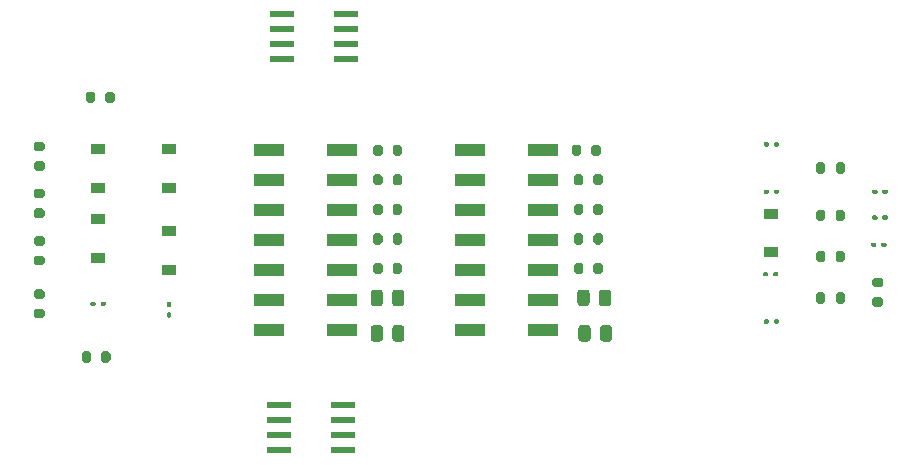
<source format=gbr>
%TF.GenerationSoftware,KiCad,Pcbnew,5.1.10-88a1d61d58~88~ubuntu20.04.1*%
%TF.CreationDate,2021-07-03T03:55:51+02:00*%
%TF.ProjectId,smd-balanced,736d642d-6261-46c6-916e-6365642e6b69,rev?*%
%TF.SameCoordinates,Original*%
%TF.FileFunction,Paste,Top*%
%TF.FilePolarity,Positive*%
%FSLAX46Y46*%
G04 Gerber Fmt 4.6, Leading zero omitted, Abs format (unit mm)*
G04 Created by KiCad (PCBNEW 5.1.10-88a1d61d58~88~ubuntu20.04.1) date 2021-07-03 03:55:51*
%MOMM*%
%LPD*%
G01*
G04 APERTURE LIST*
%ADD10R,1.200000X0.900000*%
%ADD11R,2.500000X1.140000*%
%ADD12R,2.000000X0.600000*%
G04 APERTURE END LIST*
%TO.C,C1*%
G36*
G01*
X107338500Y-52590000D02*
X107338500Y-52410000D01*
G75*
G02*
X107428500Y-52320000I90000J0D01*
G01*
X107706500Y-52320000D01*
G75*
G02*
X107796500Y-52410000I0J-90000D01*
G01*
X107796500Y-52590000D01*
G75*
G02*
X107706500Y-52680000I-90000J0D01*
G01*
X107428500Y-52680000D01*
G75*
G02*
X107338500Y-52590000I0J90000D01*
G01*
G37*
G36*
G01*
X108203500Y-52590000D02*
X108203500Y-52410000D01*
G75*
G02*
X108293500Y-52320000I90000J0D01*
G01*
X108571500Y-52320000D01*
G75*
G02*
X108661500Y-52410000I0J-90000D01*
G01*
X108661500Y-52590000D01*
G75*
G02*
X108571500Y-52680000I-90000J0D01*
G01*
X108293500Y-52680000D01*
G75*
G02*
X108203500Y-52590000I0J90000D01*
G01*
G37*
%TD*%
%TO.C,C2*%
G36*
G01*
X117388500Y-58785000D02*
X117388500Y-58605000D01*
G75*
G02*
X117478500Y-58515000I90000J0D01*
G01*
X117756500Y-58515000D01*
G75*
G02*
X117846500Y-58605000I0J-90000D01*
G01*
X117846500Y-58785000D01*
G75*
G02*
X117756500Y-58875000I-90000J0D01*
G01*
X117478500Y-58875000D01*
G75*
G02*
X117388500Y-58785000I0J90000D01*
G01*
G37*
G36*
G01*
X116523500Y-58785000D02*
X116523500Y-58605000D01*
G75*
G02*
X116613500Y-58515000I90000J0D01*
G01*
X116891500Y-58515000D01*
G75*
G02*
X116981500Y-58605000I0J-90000D01*
G01*
X116981500Y-58785000D01*
G75*
G02*
X116891500Y-58875000I-90000J0D01*
G01*
X116613500Y-58875000D01*
G75*
G02*
X116523500Y-58785000I0J90000D01*
G01*
G37*
%TD*%
%TO.C,C3*%
G36*
G01*
X117295500Y-61090000D02*
X117295500Y-60910000D01*
G75*
G02*
X117385500Y-60820000I90000J0D01*
G01*
X117663500Y-60820000D01*
G75*
G02*
X117753500Y-60910000I0J-90000D01*
G01*
X117753500Y-61090000D01*
G75*
G02*
X117663500Y-61180000I-90000J0D01*
G01*
X117385500Y-61180000D01*
G75*
G02*
X117295500Y-61090000I0J90000D01*
G01*
G37*
G36*
G01*
X116430500Y-61090000D02*
X116430500Y-60910000D01*
G75*
G02*
X116520500Y-60820000I90000J0D01*
G01*
X116798500Y-60820000D01*
G75*
G02*
X116888500Y-60910000I0J-90000D01*
G01*
X116888500Y-61090000D01*
G75*
G02*
X116798500Y-61180000I-90000J0D01*
G01*
X116520500Y-61180000D01*
G75*
G02*
X116430500Y-61090000I0J90000D01*
G01*
G37*
%TD*%
%TO.C,C4*%
G36*
G01*
X108203500Y-56590000D02*
X108203500Y-56410000D01*
G75*
G02*
X108293500Y-56320000I90000J0D01*
G01*
X108571500Y-56320000D01*
G75*
G02*
X108661500Y-56410000I0J-90000D01*
G01*
X108661500Y-56590000D01*
G75*
G02*
X108571500Y-56680000I-90000J0D01*
G01*
X108293500Y-56680000D01*
G75*
G02*
X108203500Y-56590000I0J90000D01*
G01*
G37*
G36*
G01*
X107338500Y-56590000D02*
X107338500Y-56410000D01*
G75*
G02*
X107428500Y-56320000I90000J0D01*
G01*
X107706500Y-56320000D01*
G75*
G02*
X107796500Y-56410000I0J-90000D01*
G01*
X107796500Y-56590000D01*
G75*
G02*
X107706500Y-56680000I-90000J0D01*
G01*
X107428500Y-56680000D01*
G75*
G02*
X107338500Y-56590000I0J90000D01*
G01*
G37*
%TD*%
%TO.C,C5*%
G36*
G01*
X107270500Y-63590000D02*
X107270500Y-63410000D01*
G75*
G02*
X107360500Y-63320000I90000J0D01*
G01*
X107638500Y-63320000D01*
G75*
G02*
X107728500Y-63410000I0J-90000D01*
G01*
X107728500Y-63590000D01*
G75*
G02*
X107638500Y-63680000I-90000J0D01*
G01*
X107360500Y-63680000D01*
G75*
G02*
X107270500Y-63590000I0J90000D01*
G01*
G37*
G36*
G01*
X108135500Y-63590000D02*
X108135500Y-63410000D01*
G75*
G02*
X108225500Y-63320000I90000J0D01*
G01*
X108503500Y-63320000D01*
G75*
G02*
X108593500Y-63410000I0J-90000D01*
G01*
X108593500Y-63590000D01*
G75*
G02*
X108503500Y-63680000I-90000J0D01*
G01*
X108225500Y-63680000D01*
G75*
G02*
X108135500Y-63590000I0J90000D01*
G01*
G37*
%TD*%
%TO.C,C6*%
G36*
G01*
X51661500Y-65910000D02*
X51661500Y-66090000D01*
G75*
G02*
X51571500Y-66180000I-90000J0D01*
G01*
X51293500Y-66180000D01*
G75*
G02*
X51203500Y-66090000I0J90000D01*
G01*
X51203500Y-65910000D01*
G75*
G02*
X51293500Y-65820000I90000J0D01*
G01*
X51571500Y-65820000D01*
G75*
G02*
X51661500Y-65910000I0J-90000D01*
G01*
G37*
G36*
G01*
X50796500Y-65910000D02*
X50796500Y-66090000D01*
G75*
G02*
X50706500Y-66180000I-90000J0D01*
G01*
X50428500Y-66180000D01*
G75*
G02*
X50338500Y-66090000I0J90000D01*
G01*
X50338500Y-65910000D01*
G75*
G02*
X50428500Y-65820000I90000J0D01*
G01*
X50706500Y-65820000D01*
G75*
G02*
X50796500Y-65910000I0J-90000D01*
G01*
G37*
%TD*%
%TO.C,C7*%
G36*
G01*
X108203500Y-67590000D02*
X108203500Y-67410000D01*
G75*
G02*
X108293500Y-67320000I90000J0D01*
G01*
X108571500Y-67320000D01*
G75*
G02*
X108661500Y-67410000I0J-90000D01*
G01*
X108661500Y-67590000D01*
G75*
G02*
X108571500Y-67680000I-90000J0D01*
G01*
X108293500Y-67680000D01*
G75*
G02*
X108203500Y-67590000I0J90000D01*
G01*
G37*
G36*
G01*
X107338500Y-67590000D02*
X107338500Y-67410000D01*
G75*
G02*
X107428500Y-67320000I90000J0D01*
G01*
X107706500Y-67320000D01*
G75*
G02*
X107796500Y-67410000I0J-90000D01*
G01*
X107796500Y-67590000D01*
G75*
G02*
X107706500Y-67680000I-90000J0D01*
G01*
X107428500Y-67680000D01*
G75*
G02*
X107338500Y-67590000I0J90000D01*
G01*
G37*
%TD*%
%TO.C,C8*%
G36*
G01*
X56910000Y-65838500D02*
X57090000Y-65838500D01*
G75*
G02*
X57180000Y-65928500I0J-90000D01*
G01*
X57180000Y-66206500D01*
G75*
G02*
X57090000Y-66296500I-90000J0D01*
G01*
X56910000Y-66296500D01*
G75*
G02*
X56820000Y-66206500I0J90000D01*
G01*
X56820000Y-65928500D01*
G75*
G02*
X56910000Y-65838500I90000J0D01*
G01*
G37*
G36*
G01*
X56910000Y-66703500D02*
X57090000Y-66703500D01*
G75*
G02*
X57180000Y-66793500I0J-90000D01*
G01*
X57180000Y-67071500D01*
G75*
G02*
X57090000Y-67161500I-90000J0D01*
G01*
X56910000Y-67161500D01*
G75*
G02*
X56820000Y-67071500I0J90000D01*
G01*
X56820000Y-66793500D01*
G75*
G02*
X56910000Y-66703500I90000J0D01*
G01*
G37*
%TD*%
%TO.C,C9*%
G36*
G01*
X116523500Y-56590000D02*
X116523500Y-56410000D01*
G75*
G02*
X116613500Y-56320000I90000J0D01*
G01*
X116891500Y-56320000D01*
G75*
G02*
X116981500Y-56410000I0J-90000D01*
G01*
X116981500Y-56590000D01*
G75*
G02*
X116891500Y-56680000I-90000J0D01*
G01*
X116613500Y-56680000D01*
G75*
G02*
X116523500Y-56590000I0J90000D01*
G01*
G37*
G36*
G01*
X117388500Y-56590000D02*
X117388500Y-56410000D01*
G75*
G02*
X117478500Y-56320000I90000J0D01*
G01*
X117756500Y-56320000D01*
G75*
G02*
X117846500Y-56410000I0J-90000D01*
G01*
X117846500Y-56590000D01*
G75*
G02*
X117756500Y-56680000I-90000J0D01*
G01*
X117478500Y-56680000D01*
G75*
G02*
X117388500Y-56590000I0J90000D01*
G01*
G37*
%TD*%
D10*
%TO.C,D1*%
X108000000Y-61650000D03*
X108000000Y-58350000D03*
%TD*%
%TO.C,D2*%
X57000000Y-52850000D03*
X57000000Y-56150000D03*
%TD*%
%TO.C,D3*%
X57000000Y-63150000D03*
X57000000Y-59850000D03*
%TD*%
%TO.C,D4*%
X51000000Y-52850000D03*
X51000000Y-56150000D03*
%TD*%
%TO.C,D5*%
X51000000Y-62150000D03*
X51000000Y-58850000D03*
%TD*%
%TO.C,R1*%
G36*
G01*
X111775000Y-54775000D02*
X111775000Y-54225000D01*
G75*
G02*
X111975000Y-54025000I200000J0D01*
G01*
X112375000Y-54025000D01*
G75*
G02*
X112575000Y-54225000I0J-200000D01*
G01*
X112575000Y-54775000D01*
G75*
G02*
X112375000Y-54975000I-200000J0D01*
G01*
X111975000Y-54975000D01*
G75*
G02*
X111775000Y-54775000I0J200000D01*
G01*
G37*
G36*
G01*
X113425000Y-54775000D02*
X113425000Y-54225000D01*
G75*
G02*
X113625000Y-54025000I200000J0D01*
G01*
X114025000Y-54025000D01*
G75*
G02*
X114225000Y-54225000I0J-200000D01*
G01*
X114225000Y-54775000D01*
G75*
G02*
X114025000Y-54975000I-200000J0D01*
G01*
X113625000Y-54975000D01*
G75*
G02*
X113425000Y-54775000I0J200000D01*
G01*
G37*
%TD*%
%TO.C,R2*%
G36*
G01*
X93550000Y-52725000D02*
X93550000Y-53275000D01*
G75*
G02*
X93350000Y-53475000I-200000J0D01*
G01*
X92950000Y-53475000D01*
G75*
G02*
X92750000Y-53275000I0J200000D01*
G01*
X92750000Y-52725000D01*
G75*
G02*
X92950000Y-52525000I200000J0D01*
G01*
X93350000Y-52525000D01*
G75*
G02*
X93550000Y-52725000I0J-200000D01*
G01*
G37*
G36*
G01*
X91900000Y-52725000D02*
X91900000Y-53275000D01*
G75*
G02*
X91700000Y-53475000I-200000J0D01*
G01*
X91300000Y-53475000D01*
G75*
G02*
X91100000Y-53275000I0J200000D01*
G01*
X91100000Y-52725000D01*
G75*
G02*
X91300000Y-52525000I200000J0D01*
G01*
X91700000Y-52525000D01*
G75*
G02*
X91900000Y-52725000I0J-200000D01*
G01*
G37*
%TD*%
%TO.C,R3*%
G36*
G01*
X111775000Y-62275000D02*
X111775000Y-61725000D01*
G75*
G02*
X111975000Y-61525000I200000J0D01*
G01*
X112375000Y-61525000D01*
G75*
G02*
X112575000Y-61725000I0J-200000D01*
G01*
X112575000Y-62275000D01*
G75*
G02*
X112375000Y-62475000I-200000J0D01*
G01*
X111975000Y-62475000D01*
G75*
G02*
X111775000Y-62275000I0J200000D01*
G01*
G37*
G36*
G01*
X113425000Y-62275000D02*
X113425000Y-61725000D01*
G75*
G02*
X113625000Y-61525000I200000J0D01*
G01*
X114025000Y-61525000D01*
G75*
G02*
X114225000Y-61725000I0J-200000D01*
G01*
X114225000Y-62275000D01*
G75*
G02*
X114025000Y-62475000I-200000J0D01*
G01*
X113625000Y-62475000D01*
G75*
G02*
X113425000Y-62275000I0J200000D01*
G01*
G37*
%TD*%
%TO.C,R4*%
G36*
G01*
X117275000Y-64575000D02*
X116725000Y-64575000D01*
G75*
G02*
X116525000Y-64375000I0J200000D01*
G01*
X116525000Y-63975000D01*
G75*
G02*
X116725000Y-63775000I200000J0D01*
G01*
X117275000Y-63775000D01*
G75*
G02*
X117475000Y-63975000I0J-200000D01*
G01*
X117475000Y-64375000D01*
G75*
G02*
X117275000Y-64575000I-200000J0D01*
G01*
G37*
G36*
G01*
X117275000Y-66225000D02*
X116725000Y-66225000D01*
G75*
G02*
X116525000Y-66025000I0J200000D01*
G01*
X116525000Y-65625000D01*
G75*
G02*
X116725000Y-65425000I200000J0D01*
G01*
X117275000Y-65425000D01*
G75*
G02*
X117475000Y-65625000I0J-200000D01*
G01*
X117475000Y-66025000D01*
G75*
G02*
X117275000Y-66225000I-200000J0D01*
G01*
G37*
%TD*%
%TO.C,R5*%
G36*
G01*
X113425000Y-58775000D02*
X113425000Y-58225000D01*
G75*
G02*
X113625000Y-58025000I200000J0D01*
G01*
X114025000Y-58025000D01*
G75*
G02*
X114225000Y-58225000I0J-200000D01*
G01*
X114225000Y-58775000D01*
G75*
G02*
X114025000Y-58975000I-200000J0D01*
G01*
X113625000Y-58975000D01*
G75*
G02*
X113425000Y-58775000I0J200000D01*
G01*
G37*
G36*
G01*
X111775000Y-58775000D02*
X111775000Y-58225000D01*
G75*
G02*
X111975000Y-58025000I200000J0D01*
G01*
X112375000Y-58025000D01*
G75*
G02*
X112575000Y-58225000I0J-200000D01*
G01*
X112575000Y-58775000D01*
G75*
G02*
X112375000Y-58975000I-200000J0D01*
G01*
X111975000Y-58975000D01*
G75*
G02*
X111775000Y-58775000I0J200000D01*
G01*
G37*
%TD*%
%TO.C,R6*%
G36*
G01*
X51600000Y-48775000D02*
X51600000Y-48225000D01*
G75*
G02*
X51800000Y-48025000I200000J0D01*
G01*
X52200000Y-48025000D01*
G75*
G02*
X52400000Y-48225000I0J-200000D01*
G01*
X52400000Y-48775000D01*
G75*
G02*
X52200000Y-48975000I-200000J0D01*
G01*
X51800000Y-48975000D01*
G75*
G02*
X51600000Y-48775000I0J200000D01*
G01*
G37*
G36*
G01*
X49950000Y-48775000D02*
X49950000Y-48225000D01*
G75*
G02*
X50150000Y-48025000I200000J0D01*
G01*
X50550000Y-48025000D01*
G75*
G02*
X50750000Y-48225000I0J-200000D01*
G01*
X50750000Y-48775000D01*
G75*
G02*
X50550000Y-48975000I-200000J0D01*
G01*
X50150000Y-48975000D01*
G75*
G02*
X49950000Y-48775000I0J200000D01*
G01*
G37*
%TD*%
%TO.C,R8*%
G36*
G01*
X113425000Y-65775000D02*
X113425000Y-65225000D01*
G75*
G02*
X113625000Y-65025000I200000J0D01*
G01*
X114025000Y-65025000D01*
G75*
G02*
X114225000Y-65225000I0J-200000D01*
G01*
X114225000Y-65775000D01*
G75*
G02*
X114025000Y-65975000I-200000J0D01*
G01*
X113625000Y-65975000D01*
G75*
G02*
X113425000Y-65775000I0J200000D01*
G01*
G37*
G36*
G01*
X111775000Y-65775000D02*
X111775000Y-65225000D01*
G75*
G02*
X111975000Y-65025000I200000J0D01*
G01*
X112375000Y-65025000D01*
G75*
G02*
X112575000Y-65225000I0J-200000D01*
G01*
X112575000Y-65775000D01*
G75*
G02*
X112375000Y-65975000I-200000J0D01*
G01*
X111975000Y-65975000D01*
G75*
G02*
X111775000Y-65775000I0J200000D01*
G01*
G37*
%TD*%
%TO.C,R9*%
G36*
G01*
X46275000Y-61075000D02*
X45725000Y-61075000D01*
G75*
G02*
X45525000Y-60875000I0J200000D01*
G01*
X45525000Y-60475000D01*
G75*
G02*
X45725000Y-60275000I200000J0D01*
G01*
X46275000Y-60275000D01*
G75*
G02*
X46475000Y-60475000I0J-200000D01*
G01*
X46475000Y-60875000D01*
G75*
G02*
X46275000Y-61075000I-200000J0D01*
G01*
G37*
G36*
G01*
X46275000Y-62725000D02*
X45725000Y-62725000D01*
G75*
G02*
X45525000Y-62525000I0J200000D01*
G01*
X45525000Y-62125000D01*
G75*
G02*
X45725000Y-61925000I200000J0D01*
G01*
X46275000Y-61925000D01*
G75*
G02*
X46475000Y-62125000I0J-200000D01*
G01*
X46475000Y-62525000D01*
G75*
G02*
X46275000Y-62725000I-200000J0D01*
G01*
G37*
%TD*%
%TO.C,R10*%
G36*
G01*
X49600000Y-70775000D02*
X49600000Y-70225000D01*
G75*
G02*
X49800000Y-70025000I200000J0D01*
G01*
X50200000Y-70025000D01*
G75*
G02*
X50400000Y-70225000I0J-200000D01*
G01*
X50400000Y-70775000D01*
G75*
G02*
X50200000Y-70975000I-200000J0D01*
G01*
X49800000Y-70975000D01*
G75*
G02*
X49600000Y-70775000I0J200000D01*
G01*
G37*
G36*
G01*
X51250000Y-70775000D02*
X51250000Y-70225000D01*
G75*
G02*
X51450000Y-70025000I200000J0D01*
G01*
X51850000Y-70025000D01*
G75*
G02*
X52050000Y-70225000I0J-200000D01*
G01*
X52050000Y-70775000D01*
G75*
G02*
X51850000Y-70975000I-200000J0D01*
G01*
X51450000Y-70975000D01*
G75*
G02*
X51250000Y-70775000I0J200000D01*
G01*
G37*
%TD*%
%TO.C,R11*%
G36*
G01*
X46275000Y-54725000D02*
X45725000Y-54725000D01*
G75*
G02*
X45525000Y-54525000I0J200000D01*
G01*
X45525000Y-54125000D01*
G75*
G02*
X45725000Y-53925000I200000J0D01*
G01*
X46275000Y-53925000D01*
G75*
G02*
X46475000Y-54125000I0J-200000D01*
G01*
X46475000Y-54525000D01*
G75*
G02*
X46275000Y-54725000I-200000J0D01*
G01*
G37*
G36*
G01*
X46275000Y-53075000D02*
X45725000Y-53075000D01*
G75*
G02*
X45525000Y-52875000I0J200000D01*
G01*
X45525000Y-52475000D01*
G75*
G02*
X45725000Y-52275000I200000J0D01*
G01*
X46275000Y-52275000D01*
G75*
G02*
X46475000Y-52475000I0J-200000D01*
G01*
X46475000Y-52875000D01*
G75*
G02*
X46275000Y-53075000I-200000J0D01*
G01*
G37*
%TD*%
%TO.C,R12*%
G36*
G01*
X46275000Y-67225000D02*
X45725000Y-67225000D01*
G75*
G02*
X45525000Y-67025000I0J200000D01*
G01*
X45525000Y-66625000D01*
G75*
G02*
X45725000Y-66425000I200000J0D01*
G01*
X46275000Y-66425000D01*
G75*
G02*
X46475000Y-66625000I0J-200000D01*
G01*
X46475000Y-67025000D01*
G75*
G02*
X46275000Y-67225000I-200000J0D01*
G01*
G37*
G36*
G01*
X46275000Y-65575000D02*
X45725000Y-65575000D01*
G75*
G02*
X45525000Y-65375000I0J200000D01*
G01*
X45525000Y-64975000D01*
G75*
G02*
X45725000Y-64775000I200000J0D01*
G01*
X46275000Y-64775000D01*
G75*
G02*
X46475000Y-64975000I0J-200000D01*
G01*
X46475000Y-65375000D01*
G75*
G02*
X46275000Y-65575000I-200000J0D01*
G01*
G37*
%TD*%
%TO.C,R13*%
G36*
G01*
X92075000Y-55225000D02*
X92075000Y-55775000D01*
G75*
G02*
X91875000Y-55975000I-200000J0D01*
G01*
X91475000Y-55975000D01*
G75*
G02*
X91275000Y-55775000I0J200000D01*
G01*
X91275000Y-55225000D01*
G75*
G02*
X91475000Y-55025000I200000J0D01*
G01*
X91875000Y-55025000D01*
G75*
G02*
X92075000Y-55225000I0J-200000D01*
G01*
G37*
G36*
G01*
X93725000Y-55225000D02*
X93725000Y-55775000D01*
G75*
G02*
X93525000Y-55975000I-200000J0D01*
G01*
X93125000Y-55975000D01*
G75*
G02*
X92925000Y-55775000I0J200000D01*
G01*
X92925000Y-55225000D01*
G75*
G02*
X93125000Y-55025000I200000J0D01*
G01*
X93525000Y-55025000D01*
G75*
G02*
X93725000Y-55225000I0J-200000D01*
G01*
G37*
%TD*%
%TO.C,R14*%
G36*
G01*
X93725000Y-57725000D02*
X93725000Y-58275000D01*
G75*
G02*
X93525000Y-58475000I-200000J0D01*
G01*
X93125000Y-58475000D01*
G75*
G02*
X92925000Y-58275000I0J200000D01*
G01*
X92925000Y-57725000D01*
G75*
G02*
X93125000Y-57525000I200000J0D01*
G01*
X93525000Y-57525000D01*
G75*
G02*
X93725000Y-57725000I0J-200000D01*
G01*
G37*
G36*
G01*
X92075000Y-57725000D02*
X92075000Y-58275000D01*
G75*
G02*
X91875000Y-58475000I-200000J0D01*
G01*
X91475000Y-58475000D01*
G75*
G02*
X91275000Y-58275000I0J200000D01*
G01*
X91275000Y-57725000D01*
G75*
G02*
X91475000Y-57525000I200000J0D01*
G01*
X91875000Y-57525000D01*
G75*
G02*
X92075000Y-57725000I0J-200000D01*
G01*
G37*
%TD*%
%TO.C,R15*%
G36*
G01*
X92075000Y-60225000D02*
X92075000Y-60775000D01*
G75*
G02*
X91875000Y-60975000I-200000J0D01*
G01*
X91475000Y-60975000D01*
G75*
G02*
X91275000Y-60775000I0J200000D01*
G01*
X91275000Y-60225000D01*
G75*
G02*
X91475000Y-60025000I200000J0D01*
G01*
X91875000Y-60025000D01*
G75*
G02*
X92075000Y-60225000I0J-200000D01*
G01*
G37*
G36*
G01*
X93725000Y-60225000D02*
X93725000Y-60775000D01*
G75*
G02*
X93525000Y-60975000I-200000J0D01*
G01*
X93125000Y-60975000D01*
G75*
G02*
X92925000Y-60775000I0J200000D01*
G01*
X92925000Y-60225000D01*
G75*
G02*
X93125000Y-60025000I200000J0D01*
G01*
X93525000Y-60025000D01*
G75*
G02*
X93725000Y-60225000I0J-200000D01*
G01*
G37*
%TD*%
%TO.C,R16*%
G36*
G01*
X92075000Y-62725000D02*
X92075000Y-63275000D01*
G75*
G02*
X91875000Y-63475000I-200000J0D01*
G01*
X91475000Y-63475000D01*
G75*
G02*
X91275000Y-63275000I0J200000D01*
G01*
X91275000Y-62725000D01*
G75*
G02*
X91475000Y-62525000I200000J0D01*
G01*
X91875000Y-62525000D01*
G75*
G02*
X92075000Y-62725000I0J-200000D01*
G01*
G37*
G36*
G01*
X93725000Y-62725000D02*
X93725000Y-63275000D01*
G75*
G02*
X93525000Y-63475000I-200000J0D01*
G01*
X93125000Y-63475000D01*
G75*
G02*
X92925000Y-63275000I0J200000D01*
G01*
X92925000Y-62725000D01*
G75*
G02*
X93125000Y-62525000I200000J0D01*
G01*
X93525000Y-62525000D01*
G75*
G02*
X93725000Y-62725000I0J-200000D01*
G01*
G37*
%TD*%
%TO.C,R17*%
G36*
G01*
X94425000Y-65049999D02*
X94425000Y-65950001D01*
G75*
G02*
X94175001Y-66200000I-249999J0D01*
G01*
X93649999Y-66200000D01*
G75*
G02*
X93400000Y-65950001I0J249999D01*
G01*
X93400000Y-65049999D01*
G75*
G02*
X93649999Y-64800000I249999J0D01*
G01*
X94175001Y-64800000D01*
G75*
G02*
X94425000Y-65049999I0J-249999D01*
G01*
G37*
G36*
G01*
X92600000Y-65049999D02*
X92600000Y-65950001D01*
G75*
G02*
X92350001Y-66200000I-249999J0D01*
G01*
X91824999Y-66200000D01*
G75*
G02*
X91575000Y-65950001I0J249999D01*
G01*
X91575000Y-65049999D01*
G75*
G02*
X91824999Y-64800000I249999J0D01*
G01*
X92350001Y-64800000D01*
G75*
G02*
X92600000Y-65049999I0J-249999D01*
G01*
G37*
%TD*%
%TO.C,R18*%
G36*
G01*
X92687500Y-68049999D02*
X92687500Y-68950001D01*
G75*
G02*
X92437501Y-69200000I-249999J0D01*
G01*
X91912499Y-69200000D01*
G75*
G02*
X91662500Y-68950001I0J249999D01*
G01*
X91662500Y-68049999D01*
G75*
G02*
X91912499Y-67800000I249999J0D01*
G01*
X92437501Y-67800000D01*
G75*
G02*
X92687500Y-68049999I0J-249999D01*
G01*
G37*
G36*
G01*
X94512500Y-68049999D02*
X94512500Y-68950001D01*
G75*
G02*
X94262501Y-69200000I-249999J0D01*
G01*
X93737499Y-69200000D01*
G75*
G02*
X93487500Y-68950001I0J249999D01*
G01*
X93487500Y-68049999D01*
G75*
G02*
X93737499Y-67800000I249999J0D01*
G01*
X94262501Y-67800000D01*
G75*
G02*
X94512500Y-68049999I0J-249999D01*
G01*
G37*
%TD*%
%TO.C,R19*%
G36*
G01*
X76725000Y-52725000D02*
X76725000Y-53275000D01*
G75*
G02*
X76525000Y-53475000I-200000J0D01*
G01*
X76125000Y-53475000D01*
G75*
G02*
X75925000Y-53275000I0J200000D01*
G01*
X75925000Y-52725000D01*
G75*
G02*
X76125000Y-52525000I200000J0D01*
G01*
X76525000Y-52525000D01*
G75*
G02*
X76725000Y-52725000I0J-200000D01*
G01*
G37*
G36*
G01*
X75075000Y-52725000D02*
X75075000Y-53275000D01*
G75*
G02*
X74875000Y-53475000I-200000J0D01*
G01*
X74475000Y-53475000D01*
G75*
G02*
X74275000Y-53275000I0J200000D01*
G01*
X74275000Y-52725000D01*
G75*
G02*
X74475000Y-52525000I200000J0D01*
G01*
X74875000Y-52525000D01*
G75*
G02*
X75075000Y-52725000I0J-200000D01*
G01*
G37*
%TD*%
%TO.C,R20*%
G36*
G01*
X76725000Y-55225000D02*
X76725000Y-55775000D01*
G75*
G02*
X76525000Y-55975000I-200000J0D01*
G01*
X76125000Y-55975000D01*
G75*
G02*
X75925000Y-55775000I0J200000D01*
G01*
X75925000Y-55225000D01*
G75*
G02*
X76125000Y-55025000I200000J0D01*
G01*
X76525000Y-55025000D01*
G75*
G02*
X76725000Y-55225000I0J-200000D01*
G01*
G37*
G36*
G01*
X75075000Y-55225000D02*
X75075000Y-55775000D01*
G75*
G02*
X74875000Y-55975000I-200000J0D01*
G01*
X74475000Y-55975000D01*
G75*
G02*
X74275000Y-55775000I0J200000D01*
G01*
X74275000Y-55225000D01*
G75*
G02*
X74475000Y-55025000I200000J0D01*
G01*
X74875000Y-55025000D01*
G75*
G02*
X75075000Y-55225000I0J-200000D01*
G01*
G37*
%TD*%
%TO.C,R21*%
G36*
G01*
X75075000Y-57725000D02*
X75075000Y-58275000D01*
G75*
G02*
X74875000Y-58475000I-200000J0D01*
G01*
X74475000Y-58475000D01*
G75*
G02*
X74275000Y-58275000I0J200000D01*
G01*
X74275000Y-57725000D01*
G75*
G02*
X74475000Y-57525000I200000J0D01*
G01*
X74875000Y-57525000D01*
G75*
G02*
X75075000Y-57725000I0J-200000D01*
G01*
G37*
G36*
G01*
X76725000Y-57725000D02*
X76725000Y-58275000D01*
G75*
G02*
X76525000Y-58475000I-200000J0D01*
G01*
X76125000Y-58475000D01*
G75*
G02*
X75925000Y-58275000I0J200000D01*
G01*
X75925000Y-57725000D01*
G75*
G02*
X76125000Y-57525000I200000J0D01*
G01*
X76525000Y-57525000D01*
G75*
G02*
X76725000Y-57725000I0J-200000D01*
G01*
G37*
%TD*%
%TO.C,R22*%
G36*
G01*
X76725000Y-60225000D02*
X76725000Y-60775000D01*
G75*
G02*
X76525000Y-60975000I-200000J0D01*
G01*
X76125000Y-60975000D01*
G75*
G02*
X75925000Y-60775000I0J200000D01*
G01*
X75925000Y-60225000D01*
G75*
G02*
X76125000Y-60025000I200000J0D01*
G01*
X76525000Y-60025000D01*
G75*
G02*
X76725000Y-60225000I0J-200000D01*
G01*
G37*
G36*
G01*
X75075000Y-60225000D02*
X75075000Y-60775000D01*
G75*
G02*
X74875000Y-60975000I-200000J0D01*
G01*
X74475000Y-60975000D01*
G75*
G02*
X74275000Y-60775000I0J200000D01*
G01*
X74275000Y-60225000D01*
G75*
G02*
X74475000Y-60025000I200000J0D01*
G01*
X74875000Y-60025000D01*
G75*
G02*
X75075000Y-60225000I0J-200000D01*
G01*
G37*
%TD*%
%TO.C,R23*%
G36*
G01*
X75075000Y-62725000D02*
X75075000Y-63275000D01*
G75*
G02*
X74875000Y-63475000I-200000J0D01*
G01*
X74475000Y-63475000D01*
G75*
G02*
X74275000Y-63275000I0J200000D01*
G01*
X74275000Y-62725000D01*
G75*
G02*
X74475000Y-62525000I200000J0D01*
G01*
X74875000Y-62525000D01*
G75*
G02*
X75075000Y-62725000I0J-200000D01*
G01*
G37*
G36*
G01*
X76725000Y-62725000D02*
X76725000Y-63275000D01*
G75*
G02*
X76525000Y-63475000I-200000J0D01*
G01*
X76125000Y-63475000D01*
G75*
G02*
X75925000Y-63275000I0J200000D01*
G01*
X75925000Y-62725000D01*
G75*
G02*
X76125000Y-62525000I200000J0D01*
G01*
X76525000Y-62525000D01*
G75*
G02*
X76725000Y-62725000I0J-200000D01*
G01*
G37*
%TD*%
%TO.C,R24*%
G36*
G01*
X75100000Y-65049999D02*
X75100000Y-65950001D01*
G75*
G02*
X74850001Y-66200000I-249999J0D01*
G01*
X74324999Y-66200000D01*
G75*
G02*
X74075000Y-65950001I0J249999D01*
G01*
X74075000Y-65049999D01*
G75*
G02*
X74324999Y-64800000I249999J0D01*
G01*
X74850001Y-64800000D01*
G75*
G02*
X75100000Y-65049999I0J-249999D01*
G01*
G37*
G36*
G01*
X76925000Y-65049999D02*
X76925000Y-65950001D01*
G75*
G02*
X76675001Y-66200000I-249999J0D01*
G01*
X76149999Y-66200000D01*
G75*
G02*
X75900000Y-65950001I0J249999D01*
G01*
X75900000Y-65049999D01*
G75*
G02*
X76149999Y-64800000I249999J0D01*
G01*
X76675001Y-64800000D01*
G75*
G02*
X76925000Y-65049999I0J-249999D01*
G01*
G37*
%TD*%
%TO.C,R25*%
G36*
G01*
X76925000Y-68049999D02*
X76925000Y-68950001D01*
G75*
G02*
X76675001Y-69200000I-249999J0D01*
G01*
X76149999Y-69200000D01*
G75*
G02*
X75900000Y-68950001I0J249999D01*
G01*
X75900000Y-68049999D01*
G75*
G02*
X76149999Y-67800000I249999J0D01*
G01*
X76675001Y-67800000D01*
G75*
G02*
X76925000Y-68049999I0J-249999D01*
G01*
G37*
G36*
G01*
X75100000Y-68049999D02*
X75100000Y-68950001D01*
G75*
G02*
X74850001Y-69200000I-249999J0D01*
G01*
X74324999Y-69200000D01*
G75*
G02*
X74075000Y-68950001I0J249999D01*
G01*
X74075000Y-68049999D01*
G75*
G02*
X74324999Y-67800000I249999J0D01*
G01*
X74850001Y-67800000D01*
G75*
G02*
X75100000Y-68049999I0J-249999D01*
G01*
G37*
%TD*%
D11*
%TO.C,SW1*%
X88670000Y-53000000D03*
X82500000Y-53000000D03*
X88670000Y-55540000D03*
X82500000Y-55540000D03*
X88670000Y-58080000D03*
X82500000Y-58080000D03*
X88670000Y-60620000D03*
X82500000Y-60620000D03*
X88670000Y-63160000D03*
X82500000Y-63160000D03*
X88670000Y-65700000D03*
X82500000Y-65700000D03*
X88670000Y-68240000D03*
X82500000Y-68240000D03*
%TD*%
%TO.C,SW2*%
X65500000Y-68240000D03*
X71670000Y-68240000D03*
X65500000Y-65700000D03*
X71670000Y-65700000D03*
X65500000Y-63160000D03*
X71670000Y-63160000D03*
X65500000Y-60620000D03*
X71670000Y-60620000D03*
X65500000Y-58080000D03*
X71670000Y-58080000D03*
X65500000Y-55540000D03*
X71670000Y-55540000D03*
X65500000Y-53000000D03*
X71670000Y-53000000D03*
%TD*%
D12*
%TO.C,U1*%
X72000000Y-41500000D03*
X72000000Y-42770000D03*
X72000000Y-44040000D03*
X72000000Y-45310000D03*
X66550000Y-45310000D03*
X66550000Y-44040000D03*
X66550000Y-42770000D03*
X66550000Y-41500000D03*
%TD*%
%TO.C,U2*%
X66275000Y-74595000D03*
X66275000Y-75865000D03*
X66275000Y-77135000D03*
X66275000Y-78405000D03*
X71725000Y-78405000D03*
X71725000Y-77135000D03*
X71725000Y-75865000D03*
X71725000Y-74595000D03*
%TD*%
%TO.C,R7*%
G36*
G01*
X45725000Y-56275000D02*
X46275000Y-56275000D01*
G75*
G02*
X46475000Y-56475000I0J-200000D01*
G01*
X46475000Y-56875000D01*
G75*
G02*
X46275000Y-57075000I-200000J0D01*
G01*
X45725000Y-57075000D01*
G75*
G02*
X45525000Y-56875000I0J200000D01*
G01*
X45525000Y-56475000D01*
G75*
G02*
X45725000Y-56275000I200000J0D01*
G01*
G37*
G36*
G01*
X45725000Y-57925000D02*
X46275000Y-57925000D01*
G75*
G02*
X46475000Y-58125000I0J-200000D01*
G01*
X46475000Y-58525000D01*
G75*
G02*
X46275000Y-58725000I-200000J0D01*
G01*
X45725000Y-58725000D01*
G75*
G02*
X45525000Y-58525000I0J200000D01*
G01*
X45525000Y-58125000D01*
G75*
G02*
X45725000Y-57925000I200000J0D01*
G01*
G37*
%TD*%
M02*

</source>
